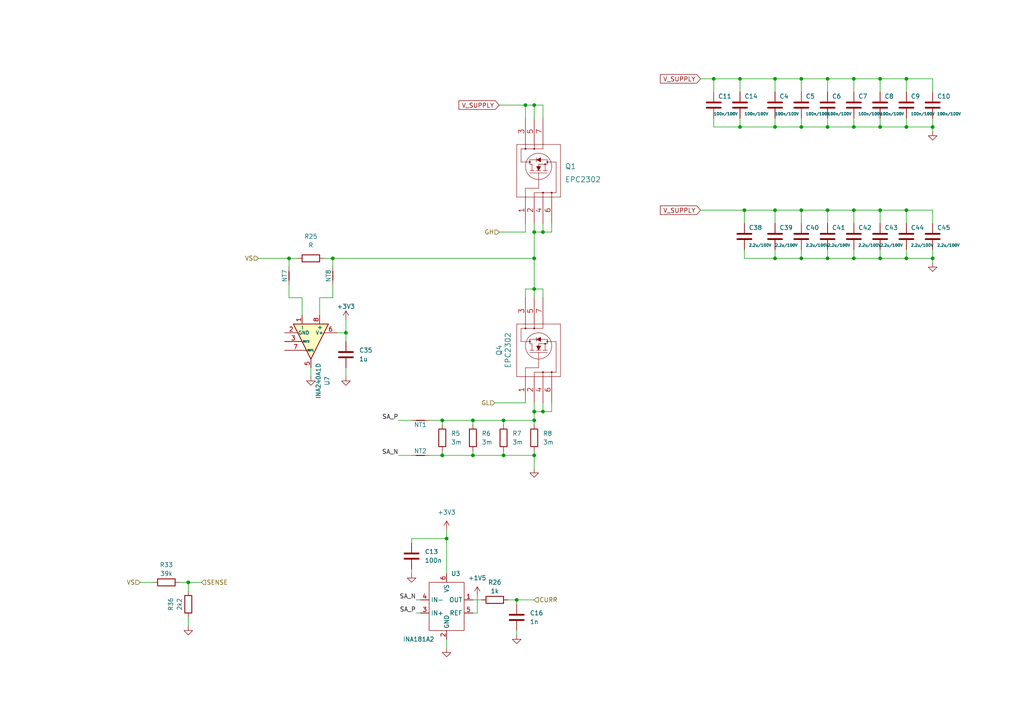
<source format=kicad_sch>
(kicad_sch (version 20211123) (generator eeschema)
  (paper "A4")
  (title_block (title "FROST-ESC") (date "2022-06-24"))
  (lib_symbols
    (symbol "2022-11-21_15-13-14:EPC2302" (pin_names (offset 0.254) hide)
      (property "Reference" "Q" (at 15.24 7.62 0))
      (property "Value" "EPC2302" (at 15.24 5.08 0))
      (symbol "EPC2302_1_1"
        (polyline (pts (xy 7.62 -10.16) (xy 22.86 -10.16)) (stroke (width 0.127)))
        (polyline (pts (xy 7.62 -7.62) (xy 8.89 -7.62)) (stroke (width 0.127)))
        (polyline (pts (xy 7.62 -5.08) (xy 8.89 -5.08)) (stroke (width 0.127)))
        (polyline (pts (xy 7.62 -2.54) (xy 8.89 -2.54)) (stroke (width 0.127)))
        (polyline (pts (xy 7.62 0) (xy 10.16 0)) (stroke (width 0.127)))
        (polyline (pts (xy 7.62 2.54) (xy 7.62 -10.16)) (stroke (width 0.127)))
        (polyline (pts (xy 8.89 -8.89) (xy 17.78 -8.89)) (stroke (width 0.127)))
        (polyline (pts (xy 8.89 -2.54) (xy 8.89 -8.89)) (stroke (width 0.127)))
        (polyline (pts (xy 10.16 -3.81) (xy 14.605 -3.81)) (stroke (width 0.127)))
        (polyline (pts (xy 10.16 0) (xy 10.16 -3.81)) (stroke (width 0.127)))
        (polyline (pts (xy 14.605 -6.35) (xy 14.605 -1.27)) (stroke (width 0.127)))
        (polyline (pts (xy 15.24 -6.35) (xy 15.24 -5.08)) (stroke (width 0.127)))
        (polyline (pts (xy 15.24 -5.715) (xy 17.145 -5.715)) (stroke (width 0.127)))
        (polyline (pts (xy 15.24 -4.445) (xy 15.24 -3.175)) (stroke (width 0.127)))
        (polyline (pts (xy 15.24 -2.54) (xy 15.24 -1.27)) (stroke (width 0.127)))
        (polyline (pts (xy 15.24 -1.905) (xy 17.145 -1.905)) (stroke (width 0.127)))
        (polyline (pts (xy 16.51 -3.81) (xy 17.145 -3.81)) (stroke (width 0.127)))
        (polyline (pts (xy 17.145 -6.35) (xy 17.145 -3.81)) (stroke (width 0.127)))
        (polyline (pts (xy 17.145 -6.35) (xy 18.415 -6.35)) (stroke (width 0.127)))
        (polyline (pts (xy 17.145 -1.905) (xy 17.145 -1.27)) (stroke (width 0.127)))
        (polyline (pts (xy 17.145 -1.27) (xy 18.415 -1.27)) (stroke (width 0.127)))
        (polyline (pts (xy 17.78 -8.89) (xy 17.78 -6.35)) (stroke (width 0.127)))
        (polyline (pts (xy 17.78 1.27) (xy 17.78 -1.27)) (stroke (width 0.127)))
        (polyline (pts (xy 17.78 1.27) (xy 21.59 1.27)) (stroke (width 0.127)))
        (polyline (pts (xy 18.415 -6.35) (xy 18.415 -4.445)) (stroke (width 0.127)))
        (polyline (pts (xy 18.415 -3.175) (xy 18.415 -1.27)) (stroke (width 0.127)))
        (polyline (pts (xy 19.05 -3.175) (xy 17.78 -3.175)) (stroke (width 0.127)))
        (polyline (pts (xy 21.59 -5.08) (xy 21.59 1.27)) (stroke (width 0.127)))
        (polyline (pts (xy 21.59 -5.08) (xy 22.86 -5.08)) (stroke (width 0.127)))
        (polyline (pts (xy 21.59 -2.54) (xy 22.86 -2.54)) (stroke (width 0.127)))
        (polyline (pts (xy 21.59 0) (xy 22.86 0)) (stroke (width 0.127)))
        (polyline (pts (xy 22.86 -10.16) (xy 22.86 2.54)) (stroke (width 0.127)))
        (polyline (pts (xy 22.86 2.54) (xy 7.62 2.54)) (stroke (width 0.127)))
        (polyline (pts (xy 16.51 -3.175) (xy 15.24 -3.81) (xy 16.51 -4.445) (xy 16.51 -3.175)) (stroke (width 0.0254)) (fill (type outline)))
        (polyline (pts (xy 19.05 -4.445) (xy 17.78 -4.445) (xy 18.415 -3.175) (xy 19.05 -4.445)) (stroke (width 0.0254)) (fill (type outline)))
        (arc (start 8.89 -7.747) (mid 8.89 -7.493) (end 8.89 -7.747) (stroke (width 0.254)))
        (circle (center 8.89 -7.62) (radius 0.127) (stroke (width 0.254)))
        (arc (start 8.89 -5.207) (mid 8.89 -4.953) (end 8.89 -5.207) (stroke (width 0.254)))
        (circle (center 8.89 -5.08) (radius 0.127) (stroke (width 0.254)))
        (circle (center 16.51 -3.81) (radius 3.81) (stroke (width 0.127)))
        (circle (center 17.145 -5.715) (radius 0.127) (stroke (width 0.254)))
        (circle (center 17.78 -6.35) (radius 0.127) (stroke (width 0.254)))
        (circle (center 17.78 -1.27) (radius 0.127) (stroke (width 0.254)))
        (arc (start 21.59 -2.667) (mid 21.59 -2.413) (end 21.59 -2.667) (stroke (width 0.254)))
        (circle (center 21.59 -2.54) (radius 0.127) (stroke (width 0.254)))
        (arc (start 21.59 -0.127) (mid 21.59 0.127) (end 21.59 -0.127) (stroke (width 0.254)))
        (circle (center 21.59 0) (radius 0.127) (stroke (width 0.254)))
        (pin unspecified line (at 0 0 0) (length 7.62) (name "1") (number "1"))
        (pin unspecified line (at 0 -2.54 0) (length 7.62) (name "2") (number "2"))
        (pin unspecified line (at 30.48 0 180) (length 7.62) (name "3") (number "3"))
        (pin unspecified line (at 0 -5.08 0) (length 7.62) (name "4") (number "4"))
        (pin unspecified line (at 30.48 -2.54 180) (length 7.62) (name "5") (number "5"))
        (pin unspecified line (at 0 -7.62 0) (length 7.62) (name "6") (number "6"))
        (pin unspecified line (at 30.48 -5.08 180) (length 7.62) (name "7") (number "7"))
      )
    )
    (symbol "Amplifier_Current:INA240A1D" (pin_names (offset 0.127))
      (property "Reference" "U" (at 3.81 3.81 0))
      (property "Value" "INA240A1D" (at 3.81 -2.54 0))
      (symbol "INA240A1D_0_1"
        (polyline (pts (xy 5.08 0) (xy -5.08 5.08) (xy -5.08 -5.08) (xy 5.08 0)) (stroke (width 0.254)) (fill (type background)))
      )
      (symbol "INA240A1D_1_1"
        (pin input line (at -7.62 -2.54 0) (length 2.54) (name "-") (number "1"))
        (pin power_in line (at -2.54 -7.62 90) (length 3.81) (name "GND") (number "2"))
        (pin passive line (at 0 -7.62 90) (length 5.08) (name "REF2") (number "3"))
        (pin passive line (at -2.54 -7.62 90) (length 3.81) hide (name "GND") (number "4"))
        (pin output line (at 7.62 0 180) (length 2.54) (name "~") (number "5"))
        (pin power_in line (at -2.54 7.62 270) (length 3.81) (name "V+") (number "6"))
        (pin passive line (at 2.54 -7.62 90) (length 6.35) (name "REF1") (number "7"))
        (pin input line (at -7.62 2.54 0) (length 2.54) (name "+") (number "8"))
      )
    )
    (symbol "Device:C" (pin_numbers hide) (pin_names (offset 0.254))
      (property "Reference" "C" (at 0.635 2.54 0))
      (property "Value" "C" (at 0.635 -2.54 0))
      (symbol "C_0_1"
        (polyline (pts (xy -2.032 -0.762) (xy 2.032 -0.762)) (stroke (width 0.508)))
        (polyline (pts (xy -2.032 0.762) (xy 2.032 0.762)) (stroke (width 0.508)))
      )
      (symbol "C_1_1"
        (pin passive line (at 0 3.81 270) (length 2.794) (name "~") (number "1"))
        (pin passive line (at 0 -3.81 90) (length 2.794) (name "~") (number "2"))
      )
    )
    (symbol "Device:NetTie_2" (pin_numbers hide) (pin_names (offset 0) hide)
      (property "Reference" "NT" (at 0 1.27 0))
      (property "Value" "NetTie_2" (at 0 -1.27 0))
      (symbol "NetTie_2_0_1"
        (polyline (pts (xy -1.27 0) (xy 1.27 0)) (stroke (width 0.254)))
      )
      (symbol "NetTie_2_1_1"
        (pin passive line (at -2.54 0 0) (length 2.54) (name "1") (number "1"))
        (pin passive line (at 2.54 0 180) (length 2.54) (name "2") (number "2"))
      )
    )
    (symbol "Device:R" (pin_numbers hide) (pin_names (offset 0))
      (property "Reference" "R" (at 2.032 0 90))
      (property "Value" "R" (at 0 0 90))
      (symbol "R_0_1"
        (rectangle (start -1.016 -2.54) (end 1.016 2.54) (stroke (width 0.254)))
      )
      (symbol "R_1_1"
        (pin passive line (at 0 3.81 270) (length 1.27) (name "~") (number "1"))
        (pin passive line (at 0 -3.81 90) (length 1.27) (name "~") (number "2"))
      )
    )
    (symbol "FROST-ESC:INA181"
      (property "Reference" "U" (at -3.81 2.54 0))
      (property "Value" "INA181" (at 5.08 2.54 0))
      (symbol "INA181_0_1"
        (rectangle (start -5.08 1.27) (end 5.08 -12.7))
      )
      (symbol "INA181_1_1"
        (pin output line (at 7.62 -3.81 180) (length 2.54) (name "OUT") (number "1"))
        (pin power_in line (at 0 -15.24 90) (length 2.54) (name "GND") (number "2"))
        (pin input line (at -7.62 -7.62 0) (length 2.54) (name "IN+") (number "3"))
        (pin input line (at -7.62 -3.81 0) (length 2.54) (name "IN-") (number "4"))
        (pin input line (at 7.62 -7.62 180) (length 2.54) (name "REF") (number "5"))
        (pin power_in line (at 0 3.81 270) (length 2.54) (name "VS") (number "6"))
      )
    )
    (symbol "power:+1V5" (power) (pin_names (offset 0))
      (property "Value" "+1V5" (at 0 3.556 0))
      (symbol "+1V5_0_1"
        (polyline (pts (xy -0.762 1.27) (xy 0 2.54)))
        (polyline (pts (xy 0 0) (xy 0 2.54)))
        (polyline (pts (xy 0 2.54) (xy 0.762 1.27)))
      )
      (symbol "+1V5_1_1"
        (pin power_in line (at 0 0 90) (length 0) hide (name "+1V5") (number "1"))
      )
    )
    (symbol "power:+3V3" (power) (pin_names (offset 0))
      (property "Value" "+3V3" (at 0 3.556 0))
      (symbol "+3V3_0_1"
        (polyline (pts (xy -0.762 1.27) (xy 0 2.54)))
        (polyline (pts (xy 0 0) (xy 0 2.54)))
        (polyline (pts (xy 0 2.54) (xy 0.762 1.27)))
      )
      (symbol "+3V3_1_1"
        (pin power_in line (at 0 0 90) (length 0) hide (name "+3V3") (number "1"))
      )
    )
    (symbol "power:GND" (power) (pin_names (offset 0))
      (property "Value" "GND" (at 0 -3.81 0))
      (symbol "GND_0_1"
        (polyline (pts (xy 0 0) (xy 0 -1.27) (xy 1.27 -1.27) (xy 0 -2.54) (xy -1.27 -1.27) (xy 0 -1.27)))
      )
      (symbol "GND_1_1"
        (pin power_in line (at 0 0 270) (length 0) hide (name "GND") (number "1"))
      )
    )
  )
  (junction (at 262.89 74.93))
  (junction (at 214.63 22.86))
  (junction (at 154.94 119.38))
  (junction (at 152.4 30.48))
  (junction (at 240.03 60.96))
  (junction (at 154.94 30.48))
  (junction (at 224.79 60.96))
  (junction (at 128.27 121.92))
  (junction (at 146.05 121.92))
  (junction (at 224.79 36.83))
  (junction (at 137.16 132.08))
  (junction (at 255.27 22.86))
  (junction (at 232.41 74.93))
  (junction (at 128.27 132.08))
  (junction (at 154.94 74.93))
  (junction (at 255.27 74.93))
  (junction (at 154.94 121.92))
  (junction (at 247.65 60.96))
  (junction (at 96.52 74.93))
  (junction (at 262.89 60.96))
  (junction (at 232.41 36.83))
  (junction (at 100.33 96.52))
  (junction (at 240.03 22.86))
  (junction (at 232.41 60.96))
  (junction (at 255.27 36.83))
  (junction (at 247.65 74.93))
  (junction (at 262.89 36.83))
  (junction (at 83.82 74.93))
  (junction (at 154.94 132.08))
  (junction (at 215.9 60.96))
  (junction (at 270.51 74.93))
  (junction (at 232.41 22.86))
  (junction (at 207.01 22.86))
  (junction (at 54.61 168.91))
  (junction (at 270.51 36.83))
  (junction (at 247.65 22.86))
  (junction (at 240.03 36.83))
  (junction (at 240.03 74.93))
  (junction (at 224.79 74.93))
  (junction (at 247.65 36.83))
  (junction (at 154.94 83.82))
  (junction (at 224.79 22.86))
  (junction (at 154.94 67.31))
  (junction (at 157.48 67.31))
  (junction (at 255.27 60.96))
  (junction (at 137.16 121.92))
  (junction (at 146.05 132.08))
  (junction (at 262.89 22.86))
  (junction (at 214.63 36.83))
  (junction (at 157.48 119.38))
  (junction (at 149.86 173.99))
  (junction (at 129.54 156.21))
  (wire (pts (xy 149.86 175.26) (xy 149.86 173.99)))
  (wire (pts (xy 120.65 173.99) (xy 121.92 173.99)))
  (wire (pts (xy 137.16 121.92) (xy 137.16 123.19)))
  (wire (pts (xy 232.41 74.93) (xy 240.03 74.93)))
  (wire (pts (xy 87.63 86.36) (xy 87.63 91.44)))
  (wire (pts (xy 154.94 116.84) (xy 154.94 119.38)))
  (wire (pts (xy 215.9 74.93) (xy 224.79 74.93)))
  (wire (pts (xy 129.54 156.21) (xy 119.38 156.21)))
  (wire (pts (xy 152.4 83.82) (xy 154.94 83.82)))
  (wire (pts (xy 262.89 60.96) (xy 270.51 60.96)))
  (wire (pts (xy 157.48 83.82) (xy 154.94 83.82)))
  (wire (pts (xy 207.01 22.86) (xy 207.01 26.67)))
  (wire (pts (xy 96.52 77.47) (xy 96.52 74.93)))
  (wire (pts (xy 157.48 86.36) (xy 157.48 83.82)))
  (wire (pts (xy 93.98 74.93) (xy 96.52 74.93)))
  (wire (pts (xy 270.51 74.93) (xy 270.51 76.2)))
  (wire (pts (xy 224.79 22.86) (xy 224.79 26.67)))
  (wire (pts (xy 96.52 74.93) (xy 154.94 74.93)))
  (wire (pts (xy 255.27 72.39) (xy 255.27 74.93)))
  (wire (pts (xy 255.27 74.93) (xy 262.89 74.93)))
  (wire (pts (xy 149.86 173.99) (xy 154.94 173.99)))
  (wire (pts (xy 157.48 67.31) (xy 154.94 67.31)))
  (wire (pts (xy 137.16 121.92) (xy 146.05 121.92)))
  (wire (pts (xy 146.05 132.08) (xy 154.94 132.08)))
  (wire (pts (xy 157.48 34.29) (xy 157.48 30.48)))
  (wire (pts (xy 96.52 82.55) (xy 96.52 86.36)))
  (wire (pts (xy 119.38 157.48) (xy 119.38 156.21)))
  (wire (pts (xy 224.79 60.96) (xy 224.79 64.77)))
  (wire (pts (xy 152.4 30.48) (xy 154.94 30.48)))
  (wire (pts (xy 154.94 30.48) (xy 154.94 34.29)))
  (wire (pts (xy 154.94 67.31) (xy 154.94 74.93)))
  (wire (pts (xy 232.41 22.86) (xy 232.41 26.67)))
  (wire (pts (xy 224.79 36.83) (xy 232.41 36.83)))
  (wire (pts (xy 214.63 36.83) (xy 224.79 36.83)))
  (wire (pts (xy 157.48 116.84) (xy 157.48 119.38)))
  (wire (pts (xy 262.89 72.39) (xy 262.89 74.93)))
  (wire (pts (xy 247.65 60.96) (xy 247.65 64.77)))
  (wire (pts (xy 143.51 116.84) (xy 152.4 116.84)))
  (wire (pts (xy 154.94 64.77) (xy 154.94 67.31)))
  (wire (pts (xy 270.51 34.29) (xy 270.51 36.83)))
  (wire (pts (xy 124.46 132.08) (xy 128.27 132.08)))
  (wire (pts (xy 152.4 64.77) (xy 152.4 67.31)))
  (wire (pts (xy 54.61 168.91) (xy 58.42 168.91)))
  (wire (pts (xy 115.57 132.08) (xy 119.38 132.08)))
  (wire (pts (xy 255.27 22.86) (xy 255.27 26.67)))
  (wire (pts (xy 137.16 132.08) (xy 146.05 132.08)))
  (wire (pts (xy 146.05 121.92) (xy 146.05 123.19)))
  (wire (pts (xy 224.79 60.96) (xy 232.41 60.96)))
  (wire (pts (xy 100.33 106.68) (xy 100.33 109.22)))
  (wire (pts (xy 247.65 36.83) (xy 255.27 36.83)))
  (wire (pts (xy 255.27 36.83) (xy 262.89 36.83)))
  (wire (pts (xy 120.65 177.8) (xy 121.92 177.8)))
  (wire (pts (xy 270.51 72.39) (xy 270.51 74.93)))
  (wire (pts (xy 262.89 22.86) (xy 270.51 22.86)))
  (wire (pts (xy 240.03 22.86) (xy 247.65 22.86)))
  (wire (pts (xy 154.94 119.38) (xy 154.94 121.92)))
  (wire (pts (xy 224.79 72.39) (xy 224.79 74.93)))
  (wire (pts (xy 255.27 60.96) (xy 262.89 60.96)))
  (wire (pts (xy 144.78 30.48) (xy 152.4 30.48)))
  (wire (pts (xy 232.41 60.96) (xy 240.03 60.96)))
  (wire (pts (xy 119.38 165.1) (xy 119.38 166.37)))
  (wire (pts (xy 207.01 22.86) (xy 214.63 22.86)))
  (wire (pts (xy 97.79 96.52) (xy 100.33 96.52)))
  (wire (pts (xy 128.27 132.08) (xy 137.16 132.08)))
  (wire (pts (xy 152.4 30.48) (xy 152.4 34.29)))
  (wire (pts (xy 215.9 72.39) (xy 215.9 74.93)))
  (wire (pts (xy 83.82 82.55) (xy 83.82 86.36)))
  (wire (pts (xy 255.27 34.29) (xy 255.27 36.83)))
  (wire (pts (xy 203.2 60.96) (xy 215.9 60.96)))
  (wire (pts (xy 232.41 60.96) (xy 232.41 64.77)))
  (wire (pts (xy 240.03 34.29) (xy 240.03 36.83)))
  (wire (pts (xy 262.89 36.83) (xy 270.51 36.83)))
  (wire (pts (xy 240.03 72.39) (xy 240.03 74.93)))
  (wire (pts (xy 247.65 22.86) (xy 255.27 22.86)))
  (wire (pts (xy 96.52 86.36) (xy 92.71 86.36)))
  (wire (pts (xy 146.05 121.92) (xy 154.94 121.92)))
  (wire (pts (xy 247.65 72.39) (xy 247.65 74.93)))
  (wire (pts (xy 154.94 132.08) (xy 154.94 135.89)))
  (wire (pts (xy 157.48 64.77) (xy 157.48 67.31)))
  (wire (pts (xy 128.27 121.92) (xy 128.27 123.19)))
  (wire (pts (xy 115.57 121.92) (xy 119.38 121.92)))
  (wire (pts (xy 144.78 67.31) (xy 152.4 67.31)))
  (wire (pts (xy 262.89 74.93) (xy 270.51 74.93)))
  (wire (pts (xy 154.94 74.93) (xy 154.94 83.82)))
  (wire (pts (xy 146.05 130.81) (xy 146.05 132.08)))
  (wire (pts (xy 232.41 22.86) (xy 240.03 22.86)))
  (wire (pts (xy 224.79 74.93) (xy 232.41 74.93)))
  (wire (pts (xy 270.51 22.86) (xy 270.51 26.67)))
  (wire (pts (xy 232.41 34.29) (xy 232.41 36.83)))
  (wire (pts (xy 138.43 172.72) (xy 138.43 177.8)))
  (wire (pts (xy 240.03 60.96) (xy 247.65 60.96)))
  (wire (pts (xy 215.9 60.96) (xy 224.79 60.96)))
  (wire (pts (xy 128.27 121.92) (xy 137.16 121.92)))
  (wire (pts (xy 203.2 22.86) (xy 207.01 22.86)))
  (wire (pts (xy 240.03 36.83) (xy 247.65 36.83)))
  (wire (pts (xy 100.33 92.71) (xy 100.33 96.52)))
  (wire (pts (xy 90.17 106.68) (xy 90.17 109.22)))
  (wire (pts (xy 240.03 22.86) (xy 240.03 26.67)))
  (wire (pts (xy 157.48 30.48) (xy 154.94 30.48)))
  (wire (pts (xy 270.51 36.83) (xy 270.51 38.1)))
  (wire (pts (xy 129.54 153.67) (xy 129.54 156.21)))
  (wire (pts (xy 255.27 60.96) (xy 255.27 64.77)))
  (wire (pts (xy 54.61 168.91) (xy 54.61 171.45)))
  (wire (pts (xy 129.54 156.21) (xy 129.54 166.37)))
  (wire (pts (xy 247.65 34.29) (xy 247.65 36.83)))
  (wire (pts (xy 255.27 22.86) (xy 262.89 22.86)))
  (wire (pts (xy 83.82 86.36) (xy 87.63 86.36)))
  (wire (pts (xy 160.02 119.38) (xy 157.48 119.38)))
  (wire (pts (xy 247.65 22.86) (xy 247.65 26.67)))
  (wire (pts (xy 232.41 72.39) (xy 232.41 74.93)))
  (wire (pts (xy 262.89 34.29) (xy 262.89 36.83)))
  (wire (pts (xy 240.03 74.93) (xy 247.65 74.93)))
  (wire (pts (xy 240.03 60.96) (xy 240.03 64.77)))
  (wire (pts (xy 74.93 74.93) (xy 83.82 74.93)))
  (wire (pts (xy 149.86 182.88) (xy 149.86 184.15)))
  (wire (pts (xy 154.94 130.81) (xy 154.94 132.08)))
  (wire (pts (xy 92.71 86.36) (xy 92.71 91.44)))
  (wire (pts (xy 52.07 168.91) (xy 54.61 168.91)))
  (wire (pts (xy 214.63 22.86) (xy 224.79 22.86)))
  (wire (pts (xy 214.63 34.29) (xy 214.63 36.83)))
  (wire (pts (xy 224.79 34.29) (xy 224.79 36.83)))
  (wire (pts (xy 83.82 74.93) (xy 86.36 74.93)))
  (wire (pts (xy 137.16 173.99) (xy 139.7 173.99)))
  (wire (pts (xy 124.46 121.92) (xy 128.27 121.92)))
  (wire (pts (xy 137.16 177.8) (xy 138.43 177.8)))
  (wire (pts (xy 154.94 121.92) (xy 154.94 123.19)))
  (wire (pts (xy 128.27 130.81) (xy 128.27 132.08)))
  (wire (pts (xy 160.02 64.77) (xy 160.02 67.31)))
  (wire (pts (xy 154.94 83.82) (xy 154.94 86.36)))
  (wire (pts (xy 100.33 96.52) (xy 100.33 99.06)))
  (wire (pts (xy 152.4 86.36) (xy 152.4 83.82)))
  (wire (pts (xy 262.89 60.96) (xy 262.89 64.77)))
  (wire (pts (xy 207.01 34.29) (xy 207.01 36.83)))
  (wire (pts (xy 149.86 173.99) (xy 147.32 173.99)))
  (wire (pts (xy 224.79 22.86) (xy 232.41 22.86)))
  (wire (pts (xy 247.65 60.96) (xy 255.27 60.96)))
  (wire (pts (xy 83.82 74.93) (xy 83.82 77.47)))
  (wire (pts (xy 270.51 60.96) (xy 270.51 64.77)))
  (wire (pts (xy 262.89 22.86) (xy 262.89 26.67)))
  (wire (pts (xy 214.63 22.86) (xy 214.63 26.67)))
  (wire (pts (xy 160.02 67.31) (xy 157.48 67.31)))
  (wire (pts (xy 54.61 179.07) (xy 54.61 181.61)))
  (wire (pts (xy 157.48 119.38) (xy 154.94 119.38)))
  (wire (pts (xy 160.02 116.84) (xy 160.02 119.38)))
  (wire (pts (xy 232.41 36.83) (xy 240.03 36.83)))
  (wire (pts (xy 137.16 130.81) (xy 137.16 132.08)))
  (wire (pts (xy 40.64 168.91) (xy 44.45 168.91)))
  (wire (pts (xy 129.54 185.42) (xy 129.54 187.96)))
  (wire (pts (xy 207.01 36.83) (xy 214.63 36.83)))
  (wire (pts (xy 215.9 60.96) (xy 215.9 64.77)))
  (wire (pts (xy 247.65 74.93) (xy 255.27 74.93)))
  (label "SA_P" (at 120.65 177.8 180))
  (label "SA_P" (at 115.57 121.92 180))
  (label "SA_N" (at 115.57 132.08 180))
  (label "SA_N" (at 120.65 173.99 180))
  (global_label "V_SUPPLY" (shape input) (at 203.2 22.86 180) (property "Intersheet References" "${INTERSHEET_REFS}" (effects hide)))
  (global_label "V_SUPPLY" (shape input) (at 203.2 60.96 180) (property "Intersheet References" "${INTERSHEET_REFS}" (effects hide)))
  (global_label "V_SUPPLY" (shape input) (at 144.78 30.48 180) (property "Intersheet References" "${INTERSHEET_REFS}" (effects hide)))
  (hierarchical_label "VS" (shape input) (at 74.93 74.93 180))
  (hierarchical_label "GH" (shape input) (at 144.78 67.31 180))
  (hierarchical_label "VS" (shape input) (at 40.64 168.91 180))
  (hierarchical_label "SENSE" (shape input) (at 58.42 168.91 0))
  (hierarchical_label "GL" (shape input) (at 143.51 116.84 180))
  (hierarchical_label "CURR" (shape input) (at 154.94 173.99 0))
  (symbol (lib_id "Device:R") (at 90.17 74.93 270) (unit 1)
    (property "Reference" "R25" (at 90.17 68.58 90))
    (property "Value" "R" (at 90.17 71.12 90))
    (property "Footprint" "Resistor_SMD:R_2512_6332Metric" (effects hide))
  )
  (symbol (lib_id "power:+3V3") (at 129.54 153.67 0) (unit 1)
    (property "Reference" "#PWR021" (effects hide))
    (property "Value" "+3V3" (at 129.54 148.59 0))
  )
  (symbol (lib_id "power:GND") (at 149.86 184.15 0) (unit 1)
    (property "Reference" "#PWR026" (effects hide))
    (property "Value" "GND" (effects hide))
  )
  (symbol (lib_id "power:GND") (at 154.94 135.89 0) (unit 1)
    (property "Reference" "#PWR020" (effects hide))
    (property "Value" "GND" (effects hide))
  )
  (symbol (lib_id "Device:R") (at 137.16 127 0) (mirror y) (unit 1)
    (property "Reference" "R6" (at 139.7 125.7299 0) (effects (justify right)))
    (property "Value" "3m" (at 139.7 128.2699 0) (effects (justify right)))
    (property "Footprint" "Froste:0805W" (effects hide))
    (property "LCSC" "C2692046" (effects hide))
  )
  (symbol (lib_id "Device:C") (at 100.33 102.87 0) (unit 1)
    (property "Reference" "C35" (at 104.14 101.5999 0) (effects (justify left)))
    (property "Value" "1u" (at 104.14 104.1399 0) (effects (justify left)))
    (property "Footprint" "Capacitor_SMD:C_0805_2012Metric" (effects hide))
  )
  (symbol (lib_id "Device:C") (at 255.27 30.48 0) (unit 1)
    (property "Reference" "C8" (at 256.54 27.94 0) (effects (justify left)))
    (property "Value" "100n/100V" (at 255.27 33.02 0) (effects (font (size 0.8 0.8)) (justify left)))
    (property "Footprint" "Capacitor_SMD:C_0603_1608Metric" (effects hide))
    (property "LCSC" "C412614" (effects hide))
    (property "Manufacture Part Number" "C3225X7R2A225KT5L0U" (effects hide))
  )
  (symbol (lib_id "power:+1V5") (at 138.43 172.72 0) (unit 1)
    (property "Reference" "#PWR0107" (effects hide))
    (property "Value" "+1V5" (at 138.43 167.64 0))
  )
  (symbol (lib_id "Device:C") (at 232.41 68.58 0) (unit 1)
    (property "Reference" "C40" (at 233.68 66.04 0) (effects (justify left)))
    (property "Value" "2.2u/100V" (at 233.68 71.12 0) (effects (font (size 0.8 0.8)) (justify left)))
    (property "Footprint" "Capacitor_SMD:C_0805_2012Metric" (effects hide))
    (property "LCSC" "C412614" (effects hide))
    (property "Manufacture Part Number" "C3225X7R2A225KT5L0U" (effects hide))
  )
  (symbol (lib_id "Device:C") (at 224.79 68.58 0) (unit 1)
    (property "Reference" "C39" (at 226.06 66.04 0) (effects (justify left)))
    (property "Value" "2.2u/100V" (at 224.79 71.12 0) (effects (font (size 0.8 0.8)) (justify left)))
    (property "Footprint" "Capacitor_SMD:C_0805_2012Metric" (effects hide))
    (property "LCSC" "C412614" (effects hide))
    (property "Manufacture Part Number" "C3225X7R2A225KT5L0U" (effects hide))
  )
  (symbol (lib_id "Device:C") (at 240.03 30.48 0) (unit 1)
    (property "Reference" "C6" (at 241.3 27.94 0) (effects (justify left)))
    (property "Value" "100n/100V" (at 240.03 33.02 0) (effects (font (size 0.8 0.8)) (justify left)))
    (property "Footprint" "Capacitor_SMD:C_0603_1608Metric" (effects hide))
    (property "LCSC" "C412614" (effects hide))
    (property "Manufacture Part Number" "C3225X7R2A225KT5L0U" (effects hide))
  )
  (symbol (lib_id "Device:C") (at 207.01 30.48 0) (unit 1)
    (property "Reference" "C11" (at 208.28 27.94 0) (effects (justify left)))
    (property "Value" "100n/100V" (at 207.01 33.02 0) (effects (font (size 0.8 0.8)) (justify left)))
    (property "Footprint" "Capacitor_SMD:C_0603_1608Metric" (effects hide))
    (property "LCSC" "C412614" (effects hide))
    (property "Manufacture Part Number" "C3225X7R2A225KT5L0U" (effects hide))
  )
  (symbol (lib_id "FROST-ESC:INA181") (at 129.54 170.18 0) (unit 1)
    (property "Reference" "U3" (at 130.81 166.37 0) (effects (justify left)))
    (property "Value" "INA181A2" (at 116.84 185.42 0) (effects (justify left)))
    (property "Footprint" "Package_TO_SOT_SMD:SOT-23-6" (effects hide))
    (property "LCSC" "C2058784" (effects hide))
  )
  (symbol (lib_id "Device:C") (at 232.41 30.48 0) (unit 1)
    (property "Reference" "C5" (at 233.68 27.94 0) (effects (justify left)))
    (property "Value" "100n/100V" (at 233.68 33.02 0) (effects (font (size 0.8 0.8)) (justify left)))
    (property "Footprint" "Capacitor_SMD:C_0603_1608Metric" (effects hide))
    (property "LCSC" "C412614" (effects hide))
    (property "Manufacture Part Number" "C3225X7R2A225KT5L0U" (effects hide))
  )
  (symbol (lib_id "Device:C") (at 247.65 30.48 0) (unit 1)
    (property "Reference" "C7" (at 248.92 27.94 0) (effects (justify left)))
    (property "Value" "100n/100V" (at 248.92 33.02 0) (effects (font (size 0.8 0.8)) (justify left)))
    (property "Footprint" "Capacitor_SMD:C_0603_1608Metric" (effects hide))
    (property "LCSC" "C412614" (effects hide))
    (property "Manufacture Part Number" "C3225X7R2A225KT5L0U" (effects hide))
  )
  (symbol (lib_id "Device:C") (at 224.79 30.48 0) (unit 1)
    (property "Reference" "C4" (at 226.06 27.94 0) (effects (justify left)))
    (property "Value" "100n/100V" (at 224.79 33.02 0) (effects (font (size 0.8 0.8)) (justify left)))
    (property "Footprint" "Capacitor_SMD:C_0603_1608Metric" (effects hide))
    (property "LCSC" "C412614" (effects hide))
    (property "Manufacture Part Number" "C3225X7R2A225KT5L0U" (effects hide))
  )
  (symbol (lib_id "power:GND") (at 119.38 166.37 0) (unit 1)
    (property "Reference" "#PWR023" (effects hide))
    (property "Value" "GND" (effects hide))
  )
  (symbol (lib_id "Device:C") (at 215.9 68.58 0) (unit 1)
    (property "Reference" "C38" (at 217.17 66.04 0) (effects (justify left)))
    (property "Value" "2.2u/100V" (at 217.17 71.12 0) (effects (font (size 0.8 0.8)) (justify left)))
    (property "Footprint" "Capacitor_SMD:C_0805_2012Metric" (effects hide))
    (property "LCSC" "C412614" (effects hide))
    (property "Manufacture Part Number" "C3225X7R2A225KT5L0U" (effects hide))
  )
  (symbol (lib_id "power:GND") (at 270.51 38.1 0) (unit 1)
    (property "Reference" "#PWR01" (effects hide))
    (property "Value" "GND" (effects hide))
  )
  (symbol (lib_id "Device:NetTie_2") (at 121.92 132.08 0) (unit 1)
    (property "Reference" "NT2" (at 121.92 130.81 0))
    (property "Value" "NetTie_2" (effects hide))
    (property "Footprint" "NetTie:NetTie-2_SMD_Pad0.5mm" (effects hide))
  )
  (symbol (lib_id "Amplifier_Current:INA240A1D") (at 90.17 99.06 270) (unit 1)
    (property "Reference" "U7" (at 94.869 110.49 0))
    (property "Value" "INA240A1D" (at 92.329 110.49 0))
    (property "Footprint" "Package_SO:SOIC-8_3.9x4.9mm_P1.27mm" (effects hide))
    (property "Datasheet" "http://www.ti.com/lit/ds/symlink/ina240.pdf" (effects hide))
  )
  (symbol (lib_id "power:GND") (at 270.51 76.2 0) (unit 1)
    (property "Reference" "#PWR04" (effects hide))
    (property "Value" "GND" (effects hide))
  )
  (symbol (lib_id "power:GND") (at 129.54 187.96 0) (unit 1)
    (property "Reference" "#PWR022" (effects hide))
    (property "Value" "GND" (effects hide))
  )
  (symbol (lib_id "Device:R") (at 143.51 173.99 90) (unit 1)
    (property "Reference" "R26" (at 143.51 168.91 90))
    (property "Value" "1k" (at 143.51 171.45 90))
    (property "Footprint" "Resistor_SMD:R_0805_2012Metric" (effects hide))
    (property "LCSC" "C79496" (effects hide))
  )
  (symbol (lib_id "Device:R") (at 54.61 175.26 180) (unit 1)
    (property "Reference" "R36" (at 49.53 175.26 90))
    (property "Value" "2k2" (at 52.07 175.26 90))
    (property "Footprint" "Resistor_SMD:R_0805_2012Metric" (effects hide))
    (property "LCSC" "C2907234" (effects hide))
  )
  (symbol (lib_id "Device:C") (at 240.03 68.58 0) (unit 1)
    (property "Reference" "C41" (at 241.3 66.04 0) (effects (justify left)))
    (property "Value" "2.2u/100V" (at 240.03 71.12 0) (effects (font (size 0.8 0.8)) (justify left)))
    (property "Footprint" "Capacitor_SMD:C_0805_2012Metric" (effects hide))
    (property "LCSC" "C412614" (effects hide))
    (property "Manufacture Part Number" "C3225X7R2A225KT5L0U" (effects hide))
  )
  (symbol (lib_id "2022-11-21_15-13-14:EPC2302") (at 152.4 64.77 90) (unit 1)
    (property "Reference" "Q1" (at 163.83 48.26 90) (effects (font (size 1.524 1.524)) (justify right)))
    (property "Value" "EPC2302" (at 163.83 52.07 90) (effects (font (size 1.524 1.524)) (justify right)))
    (property "Footprint" "epc:EPC2302" (effects hide))
  )
  (symbol (lib_id "Device:C") (at 270.51 30.48 0) (unit 1)
    (property "Reference" "C10" (at 271.78 27.94 0) (effects (justify left)))
    (property "Value" "100n/100V" (at 271.78 33.02 0) (effects (font (size 0.8 0.8)) (justify left)))
    (property "Footprint" "Capacitor_SMD:C_0603_1608Metric" (effects hide))
    (property "LCSC" "C412614" (effects hide))
    (property "Manufacture Part Number" "C3225X7R2A225KT5L0U" (effects hide))
  )
  (symbol (lib_id "Device:C") (at 119.38 161.29 0) (unit 1)
    (property "Reference" "C13" (at 123.19 160.0199 0) (effects (justify left)))
    (property "Value" "100n" (at 123.19 162.5599 0) (effects (justify left)))
    (property "Footprint" "Capacitor_SMD:C_0805_2012Metric" (effects hide))
    (property "LCSC" "C344180" (effects hide))
  )
  (symbol (lib_id "Device:NetTie_2") (at 96.52 80.01 270) (mirror x) (unit 1)
    (property "Reference" "NT8" (at 95.25 80.01 0))
    (property "Value" "NetTie_2" (effects hide))
    (property "Footprint" "NetTie:NetTie-2_SMD_Pad0.5mm" (effects hide))
  )
  (symbol (lib_id "Device:C") (at 214.63 30.48 0) (unit 1)
    (property "Reference" "C14" (at 215.9 27.94 0) (effects (justify left)))
    (property "Value" "100n/100V" (at 215.9 33.02 0) (effects (font (size 0.8 0.8)) (justify left)))
    (property "Footprint" "Capacitor_SMD:C_0603_1608Metric" (effects hide))
    (property "LCSC" "C412614" (effects hide))
    (property "Manufacture Part Number" "C3225X7R2A225KT5L0U" (effects hide))
  )
  (symbol (lib_id "Device:C") (at 262.89 30.48 0) (unit 1)
    (property "Reference" "C9" (at 264.16 27.94 0) (effects (justify left)))
    (property "Value" "100n/100V" (at 264.16 33.02 0) (effects (font (size 0.8 0.8)) (justify left)))
    (property "Footprint" "Capacitor_SMD:C_0603_1608Metric" (effects hide))
    (property "LCSC" "C412614" (effects hide))
    (property "Manufacture Part Number" "C3225X7R2A225KT5L0U" (effects hide))
  )
  (symbol (lib_id "Device:C") (at 262.89 68.58 0) (unit 1)
    (property "Reference" "C44" (at 264.16 66.04 0) (effects (justify left)))
    (property "Value" "2.2u/100V" (at 264.16 71.12 0) (effects (font (size 0.8 0.8)) (justify left)))
    (property "Footprint" "Capacitor_SMD:C_0805_2012Metric" (effects hide))
    (property "LCSC" "C412614" (effects hide))
    (property "Manufacture Part Number" "C3225X7R2A225KT5L0U" (effects hide))
  )
  (symbol (lib_id "Device:C") (at 255.27 68.58 0) (unit 1)
    (property "Reference" "C43" (at 256.54 66.04 0) (effects (justify left)))
    (property "Value" "2.2u/100V" (at 255.27 71.12 0) (effects (font (size 0.8 0.8)) (justify left)))
    (property "Footprint" "Capacitor_SMD:C_0805_2012Metric" (effects hide))
    (property "LCSC" "C412614" (effects hide))
    (property "Manufacture Part Number" "C3225X7R2A225KT5L0U" (effects hide))
  )
  (symbol (lib_id "power:GND") (at 100.33 109.22 0) (unit 1)
    (property "Reference" "#PWR0132" (effects hide))
    (property "Value" "GND" (effects hide))
  )
  (symbol (lib_id "power:+3V3") (at 100.33 92.71 0) (unit 1)
    (property "Reference" "#PWR0131" (effects hide))
    (property "Value" "+3V3" (at 100.33 88.9 0))
  )
  (symbol (lib_id "Device:R") (at 154.94 127 0) (mirror y) (unit 1)
    (property "Reference" "R8" (at 157.48 125.7299 0) (effects (justify right)))
    (property "Value" "3m" (at 157.48 128.2699 0) (effects (justify right)))
    (property "Footprint" "Froste:0805W" (effects hide))
    (property "LCSC" "C2692046" (effects hide))
  )
  (symbol (lib_id "Device:C") (at 270.51 68.58 0) (unit 1)
    (property "Reference" "C45" (at 271.78 66.04 0) (effects (justify left)))
    (property "Value" "2.2u/100V" (at 271.78 71.12 0) (effects (font (size 0.8 0.8)) (justify left)))
    (property "Footprint" "Capacitor_SMD:C_0805_2012Metric" (effects hide))
    (property "LCSC" "C412614" (effects hide))
    (property "Manufacture Part Number" "C3225X7R2A225KT5L0U" (effects hide))
  )
  (symbol (lib_id "2022-11-21_15-13-14:EPC2302") (at 152.4 116.84 90) (unit 1)
    (property "Reference" "Q4" (at 144.78 101.6 0) (effects (font (size 1.524 1.524))))
    (property "Value" "EPC2302" (at 147.32 101.6 0) (effects (font (size 1.524 1.524))))
    (property "Footprint" "epc:EPC2302" (effects hide))
  )
  (symbol (lib_id "Device:C") (at 149.86 179.07 0) (unit 1)
    (property "Reference" "C16" (at 153.67 177.7999 0) (effects (justify left)))
    (property "Value" "1n" (at 153.67 180.3399 0) (effects (justify left)))
    (property "Footprint" "Capacitor_SMD:C_0805_2012Metric" (effects hide))
    (property "LCSC" "C344180" (effects hide))
  )
  (symbol (lib_id "Device:R") (at 48.26 168.91 90) (unit 1)
    (property "Reference" "R33" (at 48.26 163.83 90))
    (property "Value" "39k" (at 48.26 166.37 90))
    (property "Footprint" "Resistor_SMD:R_0805_2012Metric" (effects hide))
    (property "LCSC" "C230641" (effects hide))
  )
  (symbol (lib_id "Device:NetTie_2") (at 121.92 121.92 0) (unit 1)
    (property "Reference" "NT1" (at 121.92 123.19 0))
    (property "Value" "NetTie_2" (effects hide))
    (property "Footprint" "NetTie:NetTie-2_SMD_Pad0.5mm" (effects hide))
  )
  (symbol (lib_id "Device:R") (at 146.05 127 0) (mirror y) (unit 1)
    (property "Reference" "R7" (at 148.59 125.7299 0) (effects (justify right)))
    (property "Value" "3m" (at 148.59 128.2699 0) (effects (justify right)))
    (property "Footprint" "Froste:0805W" (effects hide))
    (property "LCSC" "C2692046" (effects hide))
  )
  (symbol (lib_id "power:GND") (at 90.17 109.22 0) (unit 1)
    (property "Reference" "#PWR0133" (effects hide))
    (property "Value" "GND" (effects hide))
  )
  (symbol (lib_id "Device:R") (at 128.27 127 0) (mirror y) (unit 1)
    (property "Reference" "R5" (at 130.81 125.7299 0) (effects (justify right)))
    (property "Value" "3m" (at 130.81 128.2699 0) (effects (justify right)))
    (property "Footprint" "Froste:0805W" (effects hide))
    (property "LCSC" "C2692046" (effects hide))
  )
  (symbol (lib_id "Device:NetTie_2") (at 83.82 80.01 270) (unit 1)
    (property "Reference" "NT7" (at 82.55 80.01 0))
    (property "Value" "NetTie_2" (effects hide))
    (property "Footprint" "NetTie:NetTie-2_SMD_Pad0.5mm" (effects hide))
  )
  (symbol (lib_id "power:GND") (at 54.61 181.61 0) (unit 1)
    (property "Reference" "#PWR064" (effects hide))
    (property "Value" "GND" (effects hide))
  )
  (symbol (lib_id "Device:C") (at 247.65 68.58 0) (unit 1)
    (property "Reference" "C42" (at 248.92 66.04 0) (effects (justify left)))
    (property "Value" "2.2u/100V" (at 248.92 71.12 0) (effects (font (size 0.8 0.8)) (justify left)))
    (property "Footprint" "Capacitor_SMD:C_0805_2012Metric" (effects hide))
    (property "LCSC" "C412614" (effects hide))
    (property "Manufacture Part Number" "C3225X7R2A225KT5L0U" (effects hide))
  )
)
</source>
